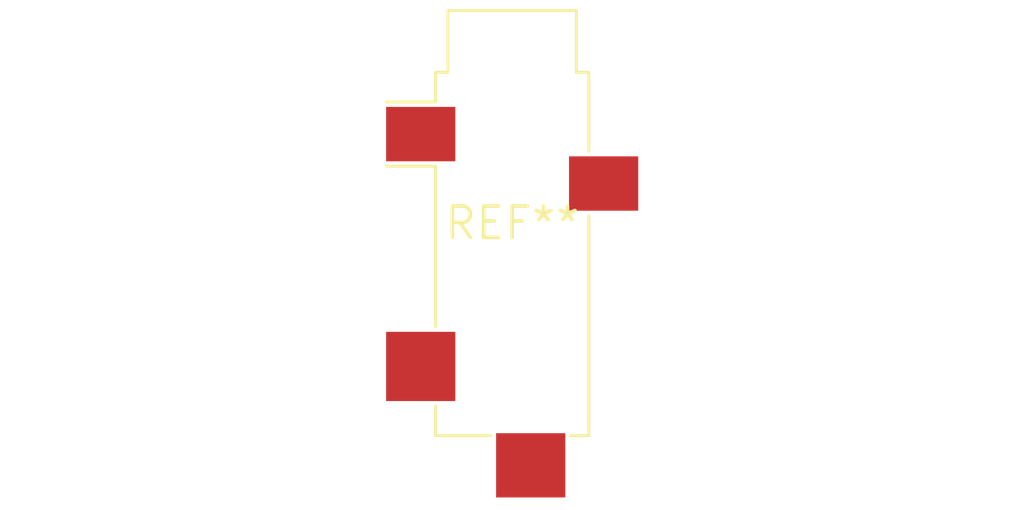
<source format=kicad_pcb>
(kicad_pcb (version 20240108) (generator pcbnew)
  (layers (0 "F.Cu" signal) (31 "B.Cu" signal) (34 "B.Paste" user) (35 "F.Paste" user) (36 "B.SilkS" user "B.Silkscreen") (37 "F.SilkS" user "F.Silkscreen") (38 "B.Mask" user) (39 "F.Mask" user) (44 "Edge.Cuts" user))
  (net 0 "")
  (footprint "Jack_3.5mm_CUI_SJ-3524-SMT_Horizontal" (layer "F.Cu") (at 0 0)
    (property "Reference" "REF**")
    (property "Value" "Jack_3.5mm_CUI_SJ-3524-SMT_Horizontal")
    (fp_line (start -3.1 -6.1) (end -2.6 -6.1) (layer "F.SilkS") (stroke (width 0.12)))
    (fp_line (start -3.1 -4.9) (end -5.1 -4.9) (layer "F.SilkS") (stroke (width 0.12)))
    (fp_line (start -3.1 -4.9) (end -3.1 -6.1) (layer "F.SilkS") (stroke (width 0.12)))
    (fp_line (start -3.1 -2.3) (end -5.1 -2.3) (layer "F.SilkS") (stroke (width 0.12)))
    (fp_line (start -3.1 4.2) (end -3.1 -2.3) (layer "F.SilkS") (stroke (width 0.12)))
    (fp_line (start -3.1 8.6) (end -3.1 7.4) (layer "F.SilkS") (stroke (width 0.12)))
    (fp_line (start -2.6 -8.6) (end 2.6 -8.6) (layer "F.SilkS") (stroke (width 0.12)))
    (fp_line (start -2.6 -6.1) (end -2.6 -8.6) (layer "F.SilkS") (stroke (width 0.12)))
    (fp_line (start -0.85 8.6) (end -3.1 8.6) (layer "F.SilkS") (stroke (width 0.12)))
    (fp_line (start 2.6 -8.6) (end 2.6 -6.1) (layer "F.SilkS") (stroke (width 0.12)))
    (fp_line (start 2.6 -6.1) (end 3.1 -6.1) (layer "F.SilkS") (stroke (width 0.12)))
    (fp_line (start 3.1 -6.1) (end 3.1 -2.9) (layer "F.SilkS") (stroke (width 0.12)))
    (fp_line (start 3.1 -0.3) (end 3.1 8.6) (layer "F.SilkS") (stroke (width 0.12)))
    (fp_line (start 3.1 8.6) (end 2.35 8.6) (layer "F.SilkS") (stroke (width 0.12)))
    (pad "" np_thru_hole circle (at 0 -2.5) (size 1.7 1.7) (drill 1.7) (layers *.Cu *.Mask))
    (pad "" np_thru_hole circle (at 0 4.5) (size 1.7 1.7) (drill 1.7) (layers *.Cu *.Mask))
    (pad "R" smd rect (at 3.7 -1.6) (size 2.8 2.2) (layers "F.Cu" "F.Paste" "F.Mask"))
    (pad "S" smd rect (at -3.7 -3.6) (size 2.8 2.2) (layers "F.Cu" "F.Paste" "F.Mask"))
    (pad "T" smd rect (at -3.7 5.8) (size 2.8 2.8) (layers "F.Cu" "F.Paste" "F.Mask"))
    (pad "TN" smd rect (at 0.75 9.8) (size 2.8 2.6) (layers "F.Cu" "F.Paste" "F.Mask"))
  )
)
</source>
